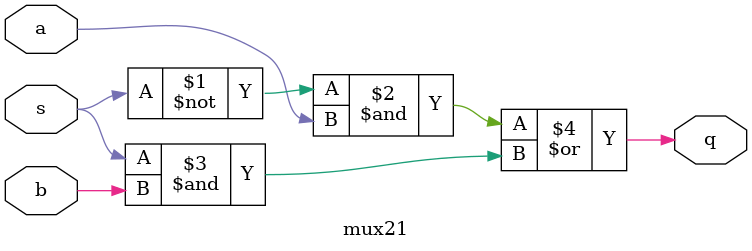
<source format=v>
module mux21(a,b,s,q);
input a,b,s;
output q;
assign q = (~s&a)|(s&b);
endmodule
</source>
